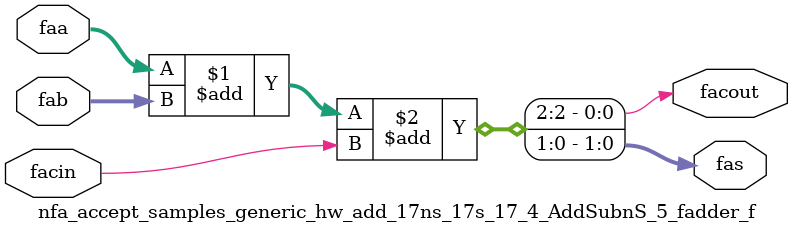
<source format=v>
module nfa_accept_samples_generic_hw_add_17ns_17s_17_4_AddSubnS_5_fadder_f 
#(parameter
    N = 2
)(
    input  [N-1 : 0]  faa,
    input  [N-1 : 0]  fab,
    input  wire  facin,
    output [N-1 : 0]  fas,
    output wire  facout
);
assign {facout, fas} = faa + fab + facin;
endmodule
</source>
